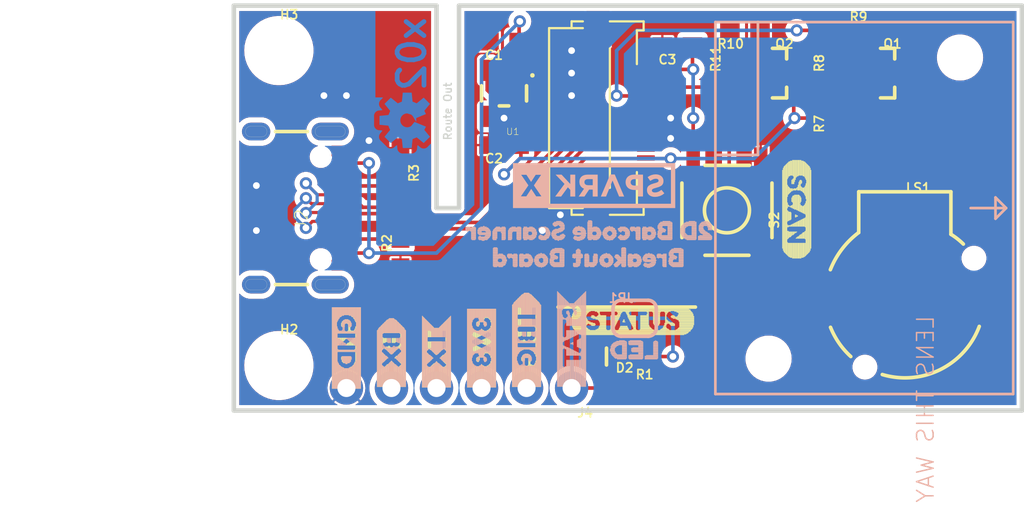
<source format=kicad_pcb>
(kicad_pcb (version 20211014) (generator pcbnew)
  (layers (0 "F.Cu" signal) (31 "B.Cu" signal) (34 "B.Paste" user) (35 "F.Paste" user) (36 "B.SilkS" user "B.Silkscreen") (37 "F.SilkS" user "F.Silkscreen") (38 "B.Mask" user) (39 "F.Mask" user) (44 "Edge.Cuts" user))
  (net 0 "")
  (net 1 "GND")
  (net 2 "3.3V")
  (net 3 "TXO")
  (net 4 "RXI")
  (net 5 "SHLD")
  (net 6 "5V")
  (net 7 "CC3")
  (net 8 "CC4")
  (net 9 "BUZZER")
  (net 10 "STATUS_LED")
  (net 11 "SCAN_TRIGGER")
  (net 12 "N$2")
  (net 13 "N$3")
  (net 14 "N$5")
  (net 15 "N$4")
  (net 16 "N$7")
  (net 17 "USB_N")
  (net 18 "USB_P")
  (net 19 "STATUS_OUT")
  (net 20 "N$8")
  (footprint "eagleBoard:TRIG__4" (layer "F.Cu") (at 142.7861 109.7026 -90)
    (fp_text reference "U$5" hide)
    (fp_text value "" hide)
  )
  (footprint "eagleBoard:RX__1" (layer "F.Cu") (at 135.1661 111.0996 -90)
    (fp_text reference "U$12" hide)
    (fp_text value "" hide)
  )
  (footprint "eagleBoard:CONN_FPC_BOTTOM_12POS_.5MM_R_A" (layer "F.Cu") (at 149.5171 99.9236 -90)
    (fp_text reference "J1" hide)
    (fp_text value "BARCODE_ENGINE_CONN" hide)
    (pad "P$1" smd rect (at -2.75 0) (size 1 0.3) (layers "F.Cu" "F.Paste" "F.Mask") (net 11 "SCAN_TRIGGER"))
    (pad "P$2" smd rect (at -2.25 0) (size 1 0.3) (layers "F.Cu" "F.Paste" "F.Mask"))
    (pad "P$3" smd rect (at -1.75 0) (size 1 0.3) (layers "F.Cu" "F.Paste" "F.Mask") (net 10 "STATUS_LED"))
    (pad "P$4" smd rect (at -1.25 0) (size 1 0.3) (layers "F.Cu" "F.Paste" "F.Mask") (net 9 "BUZZER"))
    (pad "P$5" smd rect (at -0.75 0) (size 1 0.3) (layers "F.Cu" "F.Paste" "F.Mask"))
    (pad "P$6" smd rect (at -0.25 0) (size 1 0.3) (layers "F.Cu" "F.Paste" "F.Mask") (net 18 "USB_P"))
    (pad "P$7" smd rect (at 0.25 0) (size 1 0.3) (layers "F.Cu" "F.Paste" "F.Mask") (net 17 "USB_N"))
    (pad "P$8" smd rect (at 0.75 0) (size 1 0.3) (layers "F.Cu" "F.Paste" "F.Mask") (net 4 "RXI"))
    (pad "P$9" smd rect (at 1.25 0) (size 1 0.3) (layers "F.Cu" "F.Paste" "F.Mask") (net 3 "TXO"))
    (pad "P$10" smd rect (at 1.75 0) (size 1 0.3) (layers "F.Cu" "F.Paste" "F.Mask") (net 1 "GND"))
    (pad "P$11" smd rect (at 2.25 0) (size 1 0.3) (layers "F.Cu" "F.Paste" "F.Mask") (net 2 "3.3V"))
    (pad "P$12" smd rect (at 2.75 0) (size 1 0.3) (layers "F.Cu" "F.Paste" "F.Mask"))
    (pad "P$13" smd rect (at -5.05 2.7) (size 1.3 2) (layers "F.Cu" "F.Paste" "F.Mask") (net 1 "GND"))
    (pad "P$14" smd rect (at 5.05 2.7) (size 1.3 2) (layers "F.Cu" "F.Paste" "F.Mask") (net 1 "GND"))
  )
  (footprint "eagleBoard:0603" (layer "F.Cu") (at 160.0581 97.3836 90)
    (fp_text reference "R8" (at 0 -0.762 90) (layer "F.SilkS") (effects (font (size 0.512064 0.512064) (thickness 0.097536)) (justify left)))
    (fp_text value "10k")
    (pad "1" smd rect (at -0.85 0 90) (size 1.1 1) (layers "F.Cu" "F.Paste" "F.Mask") (net 1 "GND"))
    (pad "2" smd rect (at 0.85 0 90) (size 1.1 1) (layers "F.Cu" "F.Paste" "F.Mask") (net 14 "N$5"))
  )
  (footprint "eagleBoard:DUMMY" (layer "F.Cu") (at 126.2761 116.4336)
    (fp_text reference "FRAME1" hide)
    (fp_text value "FRAME-LETTERNO_PACKAGE" hide)
  )
  (footprint "eagleBoard:STAND-OFF" (layer "F.Cu") (at 128.8161 96.1136)
    (fp_text reference "H3" (at 0 -2.032) (layer "F.SilkS") (effects (font (size 0.512064 0.512064) (thickness 0.097536)) (justify left)))
    (fp_text value "STAND-OFF")
    (pad "" np_thru_hole circle (at 0 0) (size 3.302 3.302) (drill 3.302) (layers *.Cu *.Mask))
  )
  (footprint "eagleBoard:1X06_NO_SILK" (layer "F.Cu") (at 145.3261 115.1636 180)
    (fp_text reference "J4" (at -1.27 -1.397) (layer "F.SilkS") (effects (font (size 0.512064 0.512064) (thickness 0.097536)) (justify right)))
    (fp_text value "")
    (pad "1" thru_hole circle (at 0 0 270) (size 1.8796 1.8796) (drill 1.016) (layers *.Cu *.Mask) (net 19 "STATUS_OUT"))
    (pad "2" thru_hole circle (at 2.54 0 270) (size 1.8796 1.8796) (drill 1.016) (layers *.Cu *.Mask) (net 11 "SCAN_TRIGGER"))
    (pad "3" thru_hole circle (at 5.08 0 270) (size 1.8796 1.8796) (drill 1.016) (layers *.Cu *.Mask) (net 2 "3.3V"))
    (pad "4" thru_hole circle (at 7.62 0 270) (size 1.8796 1.8796) (drill 1.016) (layers *.Cu *.Mask) (net 3 "TXO"))
    (pad "5" thru_hole circle (at 10.16 0 270) (size 1.8796 1.8796) (drill 1.016) (layers *.Cu *.Mask) (net 4 "RXI"))
    (pad "6" thru_hole circle (at 12.7 0 270) (size 1.8796 1.8796) (drill 1.016) (layers *.Cu *.Mask) (net 1 "GND"))
  )
  (footprint "eagleBoard:STAND-OFF" (layer "F.Cu") (at 128.8161 113.8936)
    (fp_text reference "H2" (at 0 -2.032) (layer "F.SilkS") (effects (font (size 0.512064 0.512064) (thickness 0.097536)) (justify left)))
    (fp_text value "STAND-OFF")
    (pad "" np_thru_hole circle (at 0 0) (size 3.302 3.302) (drill 3.302) (layers *.Cu *.Mask))
  )
  (footprint "eagleBoard:SOT23-3" (layer "F.Cu") (at 162.8521 97.3836 -90)
    (fp_text reference "Q1" (at -1.651 0) (layer "F.SilkS") (effects (font (size 0.512064 0.512064) (thickness 0.097536)) (justify left)))
    (fp_text value "600mA/40V")
    (pad "1" smd rect (at -0.95 1 270) (size 0.8 0.9) (layers "F.Cu" "F.Paste" "F.Mask") (net 14 "N$5"))
    (pad "2" smd rect (at 0.95 1 270) (size 0.8 0.9) (layers "F.Cu" "F.Paste" "F.Mask") (net 1 "GND"))
    (pad "3" smd rect (at 0 -1.1 270) (size 0.8 0.9) (layers "F.Cu" "F.Paste" "F.Mask") (net 12 "N$2"))
  )
  (footprint "eagleBoard:0603" (layer "F.Cu") (at 141.5161 101.4476 180)
    (fp_text reference "C2" (at 0 -0.762) (layer "F.SilkS") (effects (font (size 0.512064 0.512064) (thickness 0.097536)) (justify right)))
    (fp_text value "1.0uF")
    (pad "1" smd rect (at -0.85 0 180) (size 1.1 1) (layers "F.Cu" "F.Paste" "F.Mask") (net 2 "3.3V"))
    (pad "2" smd rect (at 0.85 0 180) (size 1.1 1) (layers "F.Cu" "F.Paste" "F.Mask") (net 1 "GND"))
  )
  (footprint "eagleBoard:LED-0603" (layer "F.Cu") (at 148.8821 113.3856 180)
    (fp_text reference "D2" (at 0 -0.635) (layer "F.SilkS") (effects (font (size 0.512064 0.512064) (thickness 0.097536)) (justify right)))
    (fp_text value "GREEN")
    (pad "A" smd roundrect (at -0.877 0 90) (size 1 1) (layers "F.Cu" "F.Paste" "F.Mask") (roundrect_rratio 0.15) (net 20 "N$8"))
    (pad "C" smd roundrect (at 0.877 0 90) (size 1 1) (layers "F.Cu" "F.Paste" "F.Mask") (roundrect_rratio 0.15) (net 1 "GND"))
  )
  (footprint "eagleBoard:0603" (layer "F.Cu") (at 160.0581 100.8126 90)
    (fp_text reference "R7" (at 0 -0.762 90) (layer "F.SilkS") (effects (font (size 0.512064 0.512064) (thickness 0.097536)) (justify left)))
    (fp_text value "10")
    (pad "1" smd rect (at -0.85 0 90) (size 1.1 1) (layers "F.Cu" "F.Paste" "F.Mask") (net 13 "N$3"))
    (pad "2" smd rect (at 0.85 0 90) (size 1.1 1) (layers "F.Cu" "F.Paste" "F.Mask") (net 2 "3.3V"))
  )
  (footprint "eagleBoard:3V3__3" (layer "F.Cu") (at 140.2461 110.2106 -90)
    (fp_text reference "U$6" hide)
    (fp_text value "" hide)
  )
  (footprint "eagleBoard:STATUS3" (layer "F.Cu") (at 145.1991 111.3536)
    (fp_text reference "U$2" hide)
    (fp_text value "" hide)
  )
  (footprint "eagleBoard:0603" (layer "F.Cu") (at 135.6741 102.4636 -90)
    (fp_text reference "R3" (at 0 -0.762 90) (layer "F.SilkS") (effects (font (size 0.512064 0.512064) (thickness 0.097536)) (justify right)))
    (fp_text value "5.1k")
    (pad "1" smd rect (at -0.85 0 270) (size 1.1 1) (layers "F.Cu" "F.Paste" "F.Mask") (net 1 "GND"))
    (pad "2" smd rect (at 0.85 0 270) (size 1.1 1) (layers "F.Cu" "F.Paste" "F.Mask") (net 7 "CC3"))
  )
  (footprint "eagleBoard:SCAN4" (layer "F.Cu") (at 158.0261 102.2096 -90)
    (fp_text reference "U$7" hide)
    (fp_text value "" hide)
  )
  (footprint "eagleBoard:GND__0" (layer "F.Cu") (at 132.6261 110.0836 -90)
    (fp_text reference "U$15" hide)
    (fp_text value "" hide)
  )
  (footprint "eagleBoard:SOT23-3" (layer "F.Cu") (at 156.7561 97.3836 -90)
    (fp_text reference "Q2" (at -1.651 0) (layer "F.SilkS") (effects (font (size 0.512064 0.512064) (thickness 0.097536)) (justify left)))
    (fp_text value "600mA/40V")
    (pad "1" smd rect (at -0.95 1 270) (size 0.8 0.9) (layers "F.Cu" "F.Paste" "F.Mask") (net 16 "N$7"))
    (pad "2" smd rect (at 0.95 1 270) (size 0.8 0.9) (layers "F.Cu" "F.Paste" "F.Mask") (net 15 "N$4"))
    (pad "3" smd rect (at 0 -1.1 270) (size 0.8 0.9) (layers "F.Cu" "F.Paste" "F.Mask") (net 2 "3.3V"))
  )
  (footprint "eagleBoard:BUZZER-CCV" (layer "F.Cu") (at 164.1221 110.0836 180)
    (fp_text reference "LS1" (at 0 6.223) (layer "F.SilkS") (effects (font (size 0.512064 0.512064) (thickness 0.097536)) (justify left)))
    (fp_text value "BUZZER-SMD")
    (pad "" np_thru_hole circle (at 2.25 -3.9 180) (size 0.8 0.8) (drill 0.8) (layers *.Cu *.Mask))
    (pad "" np_thru_hole circle (at -3.9 2.25 180) (size 0.8 0.8) (drill 0.8) (layers *.Cu *.Mask))
    (pad "+" smd rect (at 4 0 180) (size 3.2 2.5) (layers "F.Cu" "F.Paste" "F.Mask") (net 13 "N$3"))
    (pad "-" smd rect (at -4 0 180) (size 3.2 2.5) (layers "F.Cu" "F.Paste" "F.Mask") (net 12 "N$2"))
  )
  (footprint "eagleBoard:0603" (layer "F.Cu") (at 151.2951 95.8596 180)
    (fp_text reference "C3" (at 0 -0.762) (layer "F.SilkS") (effects (font (size 0.512064 0.512064) (thickness 0.097536)) (justify right)))
    (fp_text value "0.1uF")
    (pad "1" smd rect (at -0.85 0 180) (size 1.1 1) (layers "F.Cu" "F.Paste" "F.Mask") (net 11 "SCAN_TRIGGER"))
    (pad "2" smd rect (at 0.85 0 180) (size 1.1 1) (layers "F.Cu" "F.Paste" "F.Mask") (net 1 "GND"))
  )
  (footprint "eagleBoard:0603" (layer "F.Cu") (at 155.1051 94.9706 180)
    (fp_text reference "R10" (at 0 -0.762) (layer "F.SilkS") (effects (font (size 0.512064 0.512064) (thickness 0.097536)) (justify right)))
    (fp_text value "10k")
    (pad "1" smd rect (at -0.85 0 180) (size 1.1 1) (layers "F.Cu" "F.Paste" "F.Mask") (net 1 "GND"))
    (pad "2" smd rect (at 0.85 0 180) (size 1.1 1) (layers "F.Cu" "F.Paste" "F.Mask") (net 16 "N$7"))
  )
  (footprint "eagleBoard:SOT23-5" (layer "F.Cu") (at 141.5161 98.5266 180)
    (fp_text reference "U1" (at -0.889 -2.159) (layer "F.SilkS") (effects (font (size 0.376489 0.376489) (thickness 0.029911)) (justify right)))
    (fp_text value "3.3V")
    (pad "1" smd rect (at -0.95 1.3001 180) (size 0.55 1.2) (layers "F.Cu" "F.Paste" "F.Mask") (net 6 "5V"))
    (pad "2" smd rect (at 0 1.3001 180) (size 0.55 1.2) (layers "F.Cu" "F.Paste" "F.Mask") (net 1 "GND"))
    (pad "3" smd rect (at 0.95 1.3001 180) (size 0.55 1.2) (layers "F.Cu" "F.Paste" "F.Mask") (net 6 "5V"))
    (pad "4" smd rect (at 0.95 -1.3001 180) (size 0.55 1.2) (layers "F.Cu" "F.Paste" "F.Mask"))
    (pad "5" smd rect (at -0.95 -1.3001 180) (size 0.55 1.2) (layers "F.Cu" "F.Paste" "F.Mask") (net 2 "3.3V"))
  )
  (footprint "eagleBoard:TACTILE_SWITCH_SMD_5.2MM" (layer "F.Cu") (at 154.0891 105.1306 -90)
    (fp_text reference "S2" (at 0 -2.667 90) (layer "F.SilkS") (effects (font (size 0.512064 0.512064) (thickness 0.097536)) (justify right)))
    (fp_text value "MOMENTARY-SWITCH-SPST-SMD-5.2MM-TALL")
    (pad "1" smd rect (at -2.794 -1.905) (size 0.762 1.524) (layers "F.Cu" "F.Paste" "F.Mask") (net 1 "GND"))
    (pad "2" smd rect (at 2.794 -1.905) (size 0.762 1.524) (layers "F.Cu" "F.Paste" "F.Mask"))
    (pad "3" smd rect (at -2.794 1.905) (size 0.762 1.524) (layers "F.Cu" "F.Paste" "F.Mask") (net 11 "SCAN_TRIGGER"))
    (pad "4" smd rect (at 2.794 1.905) (size 0.762 1.524) (layers "F.Cu" "F.Paste" "F.Mask"))
  )
  (footprint "eagleBoard:TX__2" (layer "F.Cu") (at 137.7061 110.9726 -90)
    (fp_text reference "U$11" hide)
    (fp_text value "" hide)
  )
  (footprint "eagleBoard:0603" (layer "F.Cu") (at 135.6741 107.5436 90)
    (fp_text reference "R2" (at 0 -0.762 90) (layer "F.SilkS") (effects (font (size 0.512064 0.512064) (thickness 0.097536)) (justify left)))
    (fp_text value "5.1k")
    (pad "1" smd rect (at -0.85 0 90) (size 1.1 1) (layers "F.Cu" "F.Paste" "F.Mask") (net 1 "GND"))
    (pad "2" smd rect (at 0.85 0 90) (size 1.1 1) (layers "F.Cu" "F.Paste" "F.Mask") (net 8 "CC4"))
  )
  (footprint "eagleBoard:0603" (layer "F.Cu") (at 160.9471 94.9706)
    (fp_text reference "R9" (at 0 -0.762) (layer "F.SilkS") (effects (font (size 0.512064 0.512064) (thickness 0.097536)) (justify left)))
    (fp_text value "1k")
    (pad "1" smd rect (at -0.85 0) (size 1.1 1) (layers "F.Cu" "F.Paste" "F.Mask") (net 9 "BUZZER"))
    (pad "2" smd rect (at 0.85 0) (size 1.1 1) (layers "F.Cu" "F.Paste" "F.Mask") (net 14 "N$5"))
  )
  (footprint "eagleBoard:0603" (layer "F.Cu") (at 141.5161 95.6056 180)
    (fp_text reference "C1" (at 0 -0.762) (layer "F.SilkS") (effects (font (size 0.512064 0.512064) (thickness 0.097536)) (justify right)))
    (fp_text value "1.0uF")
    (pad "1" smd rect (at -0.85 0 180) (size 1.1 1) (layers "F.Cu" "F.Paste" "F.Mask") (net 6 "5V"))
    (pad "2" smd rect (at 0.85 0 180) (size 1.1 1) (layers "F.Cu" "F.Paste" "F.Mask") (net 1 "GND"))
  )
  (footprint "eagleBoard:0603" (layer "F.Cu") (at 154.2161 97.3836 90)
    (fp_text reference "R11" (at 0 -0.762 90) (layer "F.SilkS") (effects (font (size 0.512064 0.512064) (thickness 0.097536)) (justify left)))
    (fp_text value "1k")
    (pad "1" smd rect (at -0.85 0 90) (size 1.1 1) (layers "F.Cu" "F.Paste" "F.Mask") (net 10 "STATUS_LED"))
    (pad "2" smd rect (at 0.85 0 90) (size 1.1 1) (layers "F.Cu" "F.Paste" "F.Mask") (net 16 "N$7"))
  )
  (footprint "eagleBoard:0603" (layer "F.Cu") (at 148.8821 115.1636)
    (fp_text reference "R1" (at 0 -0.762) (layer "F.SilkS") (effects (font (size 0.512064 0.512064) (thickness 0.097536)) (justify left)))
    (fp_text value "470")
    (pad "1" smd rect (at -0.85 0) (size 1.1 1) (layers "F.Cu" "F.Paste" "F.Mask") (net 19 "STATUS_OUT"))
    (pad "2" smd rect (at 0.85 0) (size 1.1 1) (layers "F.Cu" "F.Paste" "F.Mask") (net 15 "N$4"))
  )
  (footprint "eagleBoard:USB-C-16P" (layer "F.Cu") (at 132.6261 105.0036 -90)
    (fp_text reference "J2" (at 0 2.54 90) (layer "F.SilkS") (effects (font (size 0.705917 0.705917) (thickness 0.056083)) (justify right)))
    (fp_text value "")
    (fp_line (start -4.62 5.4) (end -4.62 4.78) (layer "Edge.Cuts") (width 0.01))
    (fp_line (start 4.62 5.4) (end 4.62 4.78) (layer "Edge.Cuts") (width 0.01))
    (fp_line (start 4.02 1.465) (end 4.02 0.365) (layer "Edge.Cuts") (width 0.01))
    (fp_line (start -4.62 1.465) (end -4.62 0.365) (layer "Edge.Cuts") (width 0.01))
    (fp_line (start 4.02 5.4) (end 4.02 4.78) (layer "Edge.Cuts") (width 0.01))
    (fp_line (start 4.62 1.465) (end 4.62 0.365) (layer "Edge.Cuts") (width 0.01))
    (fp_line (start -4.02 5.4) (end -4.02 4.78) (layer "Edge.Cuts") (width 0.01))
    (fp_line (start -4.02 1.465) (end -4.02 0.365) (layer "Edge.Cuts") (width 0.01))
    (fp_arc (start -4.62 0.365) (mid -4.32 0.065) (end -4.02 0.365) (layer "Edge.Cuts") (width 0.01))
    (fp_arc (start 4.62 1.465) (mid 4.32 1.765) (end 4.02 1.465) (layer "Edge.Cuts") (width 0.01))
    (fp_arc (start 4.02 0.365) (mid 4.32 0.065) (end 4.62 0.365) (layer "Edge.Cuts") (width 0.01))
    (fp_arc (start 4.02 4.78) (mid 4.32 4.48) (end 4.62 4.78) (layer "Edge.Cuts") (width 0.01))
    (fp_arc (start -4.62 4.78) (mid -4.32 4.48) (end -4.02 4.78) (layer "Edge.Cuts") (width 0.01))
    (fp_arc (start 4.62 5.4) (mid 4.32 5.7) (end 4.02 5.4) (layer "Edge.Cuts") (width 0.01))
    (fp_arc (start -4.02 5.4) (mid -4.32 5.7) (end -4.62 5.4) (layer "Edge.Cuts") (width 0.01))
    (fp_arc (start -4.02 1.465) (mid -4.32 1.765) (end -4.62 1.465) (layer "Edge.Cuts") (width 0.01))
    (pad "" np_thru_hole circle (at 2.89 1.445 270) (size 0.65 0.65) (drill 0.65) (layers *.Cu *.Mask))
    (pad "" np_thru_hole circle (at -2.89 1.445 270) (size 0.65 0.65) (drill 0.65) (layers *.Cu *.Mask))
    (pad "A5" smd rect (at -1.25 0.34 90) (size 0.3 1) (layers "F.Cu" "F.Paste" "F.Mask") (net 7 "CC3"))
    (pad "A6" smd rect (at -0.25 0.34 90) (size 0.3 1) (layers "F.Cu" "F.Paste" "F.Mask") (net 18 "USB_P"))
    (pad "A7" smd rect (at 0.25 0.34 270) (size 0.3 1) (layers "F.Cu" "F.Paste" "F.Mask") (net 17 "USB_N"))
    (pad "A8" smd rect (at 1.25 0.34 270) (size 0.3 1) (layers "F.Cu" "F.Paste" "F.Mask"))
    (pad "B5" smd rect (at 1.75 0.34 270) (size 0.3 1) (layers "F.Cu" "F.Paste" "F.Mask") (net 8 "CC4"))
    (pad "B6" smd rect (at 0.75 0.34 270) (size 0.3 1) (layers "F.Cu" "F.Paste" "F.Mask") (net 18 "USB_P"))
    (pad "B7" smd rect (at -0.75 0.34 90) (size 0.3 1) (layers "F.Cu" "F.Paste" "F.Mask") (net 17 "USB_N"))
    (pad "B8" smd rect (at -1.75 0.34 90) (size 0.3 1) (layers "F.Cu" "F.Paste" "F.Mask"))
    (pad "GND" smd rect (at -3.225 0.34 90) (size 0.6 1) (layers "F.Cu" "F.Paste" "F.Mask") (net 1 "GND"))
    (pad "GND2" smd rect (at 3.225 0.34 270) (size 0.6 1) (layers "F.Cu" "F.Paste" "F.Mask") (net 1 "GND"))
    (pad "SHLD1" smd roundrect (at -4.32 0.915 90) (size 1 2.1) (layers "F.Cu") (roundrect_rratio 0.5) (net 5 "SHLD"))
    (pad "SHLD2" smd roundrect (at 4.32 0.915 90) (size 1 2.1) (layers "F.Cu") (roundrect_rratio 0.5) (net 5 "SHLD"))
    (pad "SHLD3" smd roundrect (at -4.32 0.915 270) (size 1 2.1) (layers "B.Cu") (roundrect_rratio 0.5) (net 5 "SHLD"))
    (pad "SHLD4" smd roundrect (at 4.32 0.915 270) (size 1 2.1) (layers "B.Cu") (roundrect_rratio 0.5) (net 5 "SHLD"))
    (pad "SHLD5" smd roundrect (at -4.32 5.095 90) (size 1 1.6) (layers "F.Cu") (roundrect_rratio 0.5) (net 5 "SHLD"))
    (pad "SHLD6" smd roundrect (at -4.32 5.095 270) (size 1 1.6) (layers "B.Cu") (roundrect_rratio 0.5) (net 5 "SHLD"))
    (pad "SHLD7" smd roundrect (at 4.32 5.095 270) (size 1 1.6) (layers "B.Cu") (roundrect_rratio 0.5) (net 5 "SHLD"))
    (pad "SHLD8" smd roundrect (at 4.32 5.095 90) (size 1 1.6) (layers "F.Cu") (roundrect_rratio 0.5) (net 5 "SHLD"))
    (pad "VBUS1" smd rect (at -2.45 0.34 90) (size 0.6 1) (layers "F.Cu" "F.Paste" "F.Mask") (net 6 "5V"))
    (pad "VBUS2" smd rect (at 2.45 0.34 270) (size 0.6 1) (layers "F.Cu" "F.Paste" "F.Mask") (net 6 "5V"))
  )
  (footprint "eagleBoard:STAT__5" (layer "B.Cu") (at 145.3261 109.5756 -90)
    (fp_text reference "U$3" hide)
    (fp_text value "" hide)
  )
  (footprint "eagleBoard:LED0" (layer "B.Cu") (at 151.1681 113.0046 180)
    (fp_text reference "U$8" hide)
    (fp_text value "" hide)
  )
  (footprint "eagleBoard:TX__2" (layer "B.Cu") (at 137.7061 110.9726 -90)
    (fp_text reference "U$10" hide)
    (fp_text value "" hide)
  )
  (footprint "eagleBoard:TRIG__4" (layer "B.Cu") (at 142.7861 109.7026 -90)
    (fp_text reference "U$4" hide)
    (fp_text value "" hide)
  )
  (footprint "eagleBoard:2D_BARCODE_SCANNER0" (layer "B.Cu") (at 154.2161 106.2736 180)
    (fp_text reference "U$17" hide)
    (fp_text value "" hide)
  )
  (footprint "eagleBoard:SMT-JUMPER_2_NC_TRACE_SILK" (layer "B.Cu") (at 148.8821 111.2266 180)
    (fp_text reference "JP1" (at 0 1.143) (layer "B.SilkS") (effects (font (size 0.512064 0.512064) (thickness 0.097536)) (justify left mirror)))
    (fp_text value "JUMPER-SMT_2_NC_TRACE_SILK")
    (fp_line (start -0.508 0) (end 0.508 0) (layer "B.Cu") (width 0.254))
    (pad "1" smd rect (at -0.508 0 180) (size 0.635 1.27) (layers "B.Cu" "B.Mask") (net 20 "N$8"))
    (pad "2" smd rect (at 0.508 0 180) (size 0.635 1.27) (layers "B.Cu" "B.Mask") (net 19 "STATUS_OUT"))
  )
  (footprint "eagleBoard:BREAKOUT_BOARD1" (layer "B.Cu") (at 152.5651 107.7976 180)
    (fp_text reference "U$18" hide)
    (fp_text value "" hide)
  )
  (footprint "eagleBoard:3V3__3" (layer "B.Cu") (at 140.2461 110.2106 -90)
    (fp_text reference "U$9" hide)
    (fp_text value "" hide)
  )
  (footprint "eagleBoard:SPARKX-MEDIUM" (layer "B.Cu") (at 146.5961 103.7336 180)
    (fp_text reference "U$20" hide)
    (fp_text value "" hide)
  )
  (footprint "eagleBoard:GND__0" (layer "B.Cu") (at 132.6261 110.0836 -90)
    (fp_text reference "U$14" hide)
    (fp_text value "" hide)
  )
  (footprint "eagleBoard:BARCODE_SCANNER_MOUNT" (layer "B.Cu") (at 161.8361 105.0036)
    (fp_text reference "U$1" hide)
    (fp_text value "BARCODE_SCANNER_MOUNT" hide)
    (fp_text user "LENS THIS WAY" (at 4 6 -90) (layer "B.SilkS") (effects (font (size 0.93472 0.93472) (thickness 0.08128)) (justify left bottom mirror)))
    (pad "" np_thru_hole circle (at -5.4 8.5) (size 2 2) (drill 2) (layers *.Cu *.Mask))
    (pad "" np_thru_hole circle (at 5.4 -8.5) (size 2 2) (drill 2) (layers *.Cu *.Mask))
  )
  (footprint "eagleBoard:OSHW-LOGO-S_COPPER" (layer "B.Cu") (at 136.0551 100.0506 -90)
    (fp_text reference "U$21" hide)
    (fp_text value "" hide)
    (fp_poly (pts (xy 0.301647 1.061351) (xy 0.42347 1.022344) (xy 0.537177 0.963769) (xy 0.92862 1.282946) (xy 1.282946 0.92862) (xy 0.961035 0.533823) (xy 1.057046 0.302084) (xy 1.5638 0.250561) (xy 1.5638 -0.250561) (xy 1.057046 -0.302084) (xy 0.961035 -0.533823) (xy 1.282946 -0.92862) (xy 0.92862 -1.282946) (xy 0.537177 -0.96377) (xy 0.356601 -1.056794) (xy 0.088679 -0.410073) (xy 0.326262 -0.2176) (xy 0.373649 -0.121468) (xy 0.392729 -0.010339) (xy 0.379464 0.101634) (xy 0.334947 0.205229) (xy 0.262842 0.291918) (xy 0.169087 0.354561) (xy 0.061406 0.387999) (xy -0.051342 0.38948) (xy -0.159868 0.358881) (xy -0.255234 0.298724) (xy -0.329589 0.213962) (xy -0.376813 0.111569) (xy -0.392176 0.005767) (xy -0.322923 -0.222565) (xy -0.249312 -0.303773) (xy 0.091677 -0.5081) (xy -0.12929 -0.5081) (xy -0.355332 -1.053732) (xy -0.506597 -0.983577) (xy -0.538922 -0.965192) (xy -0.92862 -1.282946) (xy -1.282946 -0.92862) (xy -0.961035 -0.533823) (xy -1.057046 -0.302084) (xy -1.5638 -0.250561) (xy -1.5638 0.250561) (xy -1.057046 0.302084) (xy -0.961035 0.533823) (xy -1.282946 0.92862) (xy -0.92862 1.282946) (xy -0.533823 0.961035) (xy -0.302084 1.057046) (xy -0.250561 1.5638) (xy 0.250561 1.5638)) (layer "B.Cu") (width 0) (fill solid))
  )
  (footprint "eagleBoard:RX__1" (layer "B.Cu") (at 135.1661 111.0996 -90)
    (fp_text reference "U$13" hide)
    (fp_text value "" hide)
  )
  (gr_line (start 144.5641 110.5916) (end 152.3111 110.5916) (layer "F.SilkS") (width 0.2032))
  (gr_line (start 138.9761 105.0036) (end 138.9761 93.5736) (layer "Edge.Cuts") (width 0.254))
  (gr_line (start 137.7061 93.5736) (end 137.7061 105.0036) (layer "Edge.Cuts") (width 0.254))
  (gr_line (start 126.2761 116.4336) (end 170.7261 116.4336) (layer "Edge.Cuts") (width 0.254))
  (gr_line (start 126.2761 93.5736) (end 126.2761 116.4336) (layer "Edge.Cuts") (width 0.254))
  (gr_line (start 170.7261 93.5736) (end 138.9761 93.5736) (layer "Edge.Cuts") (width 0.254))
  (gr_line (start 137.7061 105.0036) (end 138.9761 105.0036) (layer "Edge.Cuts") (width 0.254))
  (gr_line (start 137.7061 93.5736) (end 126.2761 93.5736) (layer "Edge.Cuts") (width 0.254))
  (gr_line (start 170.7261 116.4336) (end 170.7261 93.5736) (layer "Edge.Cuts") (width 0.254))
  (gr_text "x02" (at 137.1981 94.0816 -270) (layer "B.Cu") (effects (font (size 1.5113 1.5113) (thickness 0.2667)) (justify left bottom mirror)))
  (gr_text "Route Out" (at 138.3411 99.5426 90) (layer "Edge.Cuts") (effects (font (size 0.4318 0.4318) (thickness 0.0762))))
  (segment (start 149.5171 101.6736) (end 150.3781 101.6736) (width 0.2032) (layer "F.Cu") (net 1))
  (segment (start 141.5161 96.4556) (end 141.5161 97.2265) (width 0.2032) (layer "F.Cu") (net 1))
  (segment (start 148.5291 101.6736) (end 148.5011 101.7016) (width 0.2032) (layer "F.Cu") (net 1))
  (segment (start 149.5171 101.6736) (end 148.5291 101.6736) (width 0.2032) (layer "F.Cu") (net 1))
  (segment (start 141.5161 100.5976) (end 141.5161 99.9236) (width 0.2032) (layer "F.Cu") (net 1))
  (segment (start 140.6661 101.4476) (end 141.5161 100.5976) (width 0.2032) (layer "F.Cu") (net 1))
  (segment (start 140.6661 95.6056) (end 141.5161 96.4556) (width 0.2032) (layer "F.Cu") (net 1))
  (via (at 133.8961 101.1936) (size 0.6858) (drill 0.381) (layers "F.Cu" "B.Cu") (net 1))
  (via (at 145.3261 97.3836) (size 0.6858) (drill 0.381) (layers "F.Cu" "B.Cu") (net 1))
  (via (at 145.3261 96.1136) (size 0.6858) (drill 0.381) (layers "F.Cu" "B.Cu") (net 1))
  (via (at 127.5461 103.7336) (size 0.6858) (drill 0.381) (layers "F.Cu" "B.Cu") (net 1))
  (via (at 132.6261 98.6536) (size 0.6858) (drill 0.381) (layers "F.Cu" "B.Cu") (net 1))
  (via (at 143.6751 106.2736) (size 0.6858) (drill 0.381) (layers "F.Cu" "B.Cu") (net 1))
  (via (at 144.6911 105.3846) (size 0.6858) (drill 0.381) (layers "F.Cu" "B.Cu") (net 1))
  (via (at 141.5161 99.9236) (size 0.6858) (drill 0.381) (layers "F.Cu" "B.Cu") (net 1))
  (via (at 145.3261 98.6536) (size 0.6858) (drill 0.381) (layers "F.Cu" "B.Cu") (net 1))
  (via (at 127.5461 106.2736) (size 0.6858) (drill 0.381) (layers "F.Cu" "B.Cu") (net 1))
  (via (at 131.3561 98.6536) (size 0.6858) (drill 0.381) (layers "F.Cu" "B.Cu") (net 1))
  (via (at 150.9141 99.9236) (size 0.6858) (drill 0.381) (layers "F.Cu" "B.Cu") (net 1))
  (via (at 150.9141 101.0666) (size 0.6858) (drill 0.381) (layers "F.Cu" "B.Cu") (net 1))
  (segment (start 160.0581 99.9626) (end 160.0971 99.9236) (width 0.2032) (layer "F.Cu") (net 2))
  (segment (start 149.5171 102.1736) (end 149.4811 102.2096) (width 0.2032) (layer "F.Cu") (net 2))
  (segment (start 157.8561 97.3836) (end 157.8561 99.8806) (width 0.2032) (layer "F.Cu") (net 2))
  (segment (start 149.4811 102.2096) (end 146.0881 102.2096) (width 0.2032) (layer "F.Cu") (net 2))
  (segment (start 141.5161 103.0986) (end 142.4661 102.1486) (width 0.2032) (layer "F.Cu") (net 2))
  (segment (start 142.4661 102.1486) (end 142.4661 101.3476) (width 0.2032) (layer "F.Cu") (net 2))
  (segment (start 160.0191 99.9236) (end 157.8991 99.9236) (width 0.2032) (layer "F.Cu") (net 2))
  (segment (start 146.0881 102.2096) (end 140.2461 108.0516) (width 0.2032) (layer "F.Cu") (net 2))
  (segment (start 142.4661 99.8267) (end 142.4661 101.3476) (width 0.2032) (layer "F.Cu") (net 2))
  (segment (start 142.4661 101.3476) (end 142.3661 101.4476) (width 0.2032) (layer "F.Cu") (net 2))
  (segment (start 160.0581 99.9626) (end 160.0191 99.9236) (width 0.2032) (layer "F.Cu") (net 2))
  (segment (start 140.2461 108.0516) (end 140.2461 115.1636) (width 0.2032) (layer "F.Cu") (net 2))
  (segment (start 150.9141 102.2096) (end 149.4811 102.2096) (width 0.2032) (layer "F.Cu") (net 2))
  (segment (start 157.8561 99.8806) (end 157.8991 99.9236) (width 0.2032) (layer "F.Cu") (net 2))
  (via (at 150.9141 102.2096) (size 0.6858) (drill 0.381) (layers "F.Cu" "B.Cu") (net 2))
  (via (at 157.8991 99.9236) (size 0.6858) (drill 0.381) (layers "F.Cu" "B.Cu") (net 2))
  (via (at 141.5161 103.0986) (size 0.6858) (drill 0.381) (layers "F.Cu" "B.Cu") (net 2))
  (segment (start 155.6131 102.2096) (end 157.8991 99.9236) (width 0.2032) (layer "B.Cu") (net 2))
  (segment (start 141.5161 103.0986) (end 142.4051 102.2096) (width 0.2032) (layer "B.Cu") (net 2))
  (segment (start 150.9141 102.2096) (end 155.6131 102.2096) (width 0.2032) (layer "B.Cu") (net 2))
  (segment (start 142.4051 102.2096) (end 150.9141 102.2096) (width 0.2032) (layer "B.Cu") (net 2))
  (segment (start 146.4891 101.1736) (end 137.7061 109.9566) (width 0.2032) (layer "F.Cu") (net 3))
  (segment (start 137.7061 109.9566) (end 137.7061 115.1636) (width 0.2032) (layer "F.Cu") (net 3))
  (segment (start 149.5171 101.1736) (end 146.4891 101.1736) (width 0.2032) (layer "F.Cu") (net 3))
  (segment (start 135.1661 111.9886) (end 135.1661 115.1636) (width 0.2032) (layer "F.Cu") (net 4))
  (segment (start 149.5171 100.6736) (end 146.4811 100.6736) (width 0.2032) (layer "F.Cu") (net 4))
  (segment (start 146.4811 100.6736) (end 135.1661 111.9886) (width 0.2032) (layer "F.Cu") (net 4))
  (segment (start 131.7111 100.6836) (end 131.4455 100.6836) (width 0.254) (layer "F.Cu") (net 5))
  (segment (start 132.3761 102.4636) (end 133.8961 102.4636) (width 0.2032) (layer "F.Cu") (net 6))
  (segment (start 133.8961 107.5436) (end 132.3761 107.5436) (width 0.2032) (layer "F.Cu") (net 6))
  (segment (start 132.2861 102.5536) (end 132.3761 102.4636) (width 0.2032) (layer "F.Cu") (net 6))
  (segment (start 140.5661 98.3386) (end 140.8811 98.6536) (width 0.2032) (layer "F.Cu") (net 6))
  (segment (start 140.8811 98.6536) (end 142.1511 98.6536) (width 0.2032) (layer "F.Cu") (net 6))
  (segment (start 140.5661 97.2265) (end 140.5661 98.3386) (width 0.2032) (layer "F.Cu") (net 6))
  (segment (start 142.3661 95.6056) (end 142.4962 95.7357) (width 0.2032) (layer "F.Cu") (net 6))
  (segment (start 142.3661 94.5016) (end 142.4051 94.4626) (width 0.2032) (layer "F.Cu") (net 6))
  (segment (start 142.4962 97.2566) (end 142.4661 97.2265) (width 0.1778) (layer "F.Cu") (net 6))
  (segment (start 142.3661 95.6056) (end 142.3661 94.5016) (width 0.2032) (layer "F.Cu") (net 6))
  (segment (start 142.1511 98.6536) (end 142.4962 98.3085) (width 0.2032) (layer "F.Cu") (net 6))
  (segment (start 142.4962 95.7357) (end 142.4962 97.2566) (width 0.2032) (layer "F.Cu") (net 6))
  (segment (start 132.3761 107.5436) (end 132.2861 107.4536) (width 0.2032) (layer "F.Cu") (net 6))
  (segment (start 142.4962 98.3085) (end 142.4962 97.2566) (width 0.2032) (layer "F.Cu") (net 6))
  (via (at 133.8961 107.5436) (size 0.6858) (drill 0.381) (layers "F.Cu" "B.Cu") (net 6))
  (via (at 142.4051 94.4626) (size 0.6858) (drill 0.381) (layers "F.Cu" "B.Cu") (net 6))
  (via (at 133.8961 102.4636) (size 0.6858) (drill 0.381) (layers "F.Cu" "B.Cu") (net 6))
  (segment (start 140.2461 105.0036) (end 137.7061 107.5436) (width 0.2032) (layer "B.Cu") (net 6))
  (segment (start 137.7061 107.5436) (end 133.8961 107.5436) (width 0.2032) (layer "B.Cu") (net 6))
  (segment (start 133.8961 102.4636) (end 133.8961 107.5436) (width 0.2032) (layer "B.Cu") (net 6))
  (segment (start 142.4051 94.4626) (end 140.2461 96.6216) (width 0.2032) (layer "B.Cu") (net 6))
  (segment (start 140.2461 96.6216) (end 140.2461 105.0036) (width 0.2032) (layer "B.Cu") (net 6))
  (segment (start 135.2341 103.7536) (end 135.6741 103.3136) (width 0.2032) (layer "F.Cu") (net 7))
  (segment (start 132.2861 103.7536) (end 132.5671 103.7536) (width 0.1778) (layer "F.Cu") (net 7))
  (segment (start 132.5671 103.7536) (end 135.2341 103.7536) (width 0.2032) (layer "F.Cu") (net 7))
  (segment (start 132.2861 106.7536) (end 135.6141 106.7536) (width 0.2032) (layer "F.Cu") (net 8))
  (segment (start 135.6141 106.7536) (end 135.6741 106.6936) (width 0.2032) (layer "F.Cu") (net 8))
  (segment (start 158.0261 94.9706) (end 160.0971 94.9706) (width 0.2032) (layer "F.Cu") (net 9))
  (segment (start 147.8861 98.6736) (end 147.8661 98.6536) (width 0.2032) (layer "F.Cu") (net 9))
  (segment (start 149.5171 98.6736) (end 147.8861 98.6736) (width 0.2032) (layer "F.Cu") (net 9))
  (via (at 147.8661 98.6536) (size 0.6858) (drill 0.381) (layers "F.Cu" "B.Cu") (net 9))
  (via (at 158.0261 94.9706) (size 0.6858) (drill 0.381) (layers "F.Cu" "B.Cu") (net 9))
  (segment (start 149.0091 94.9706) (end 158.0261 94.9706) (width 0.2032) (layer "B.Cu") (net 9))
  (segment (start 147.8661 96.1136) (end 149.0091 94.9706) (width 0.2032) (layer "B.Cu") (net 9))
  (segment (start 147.8661 98.6536) (end 147.8661 96.1136) (width 0.2032) (layer "B.Cu") (net 9))
  (segment (start 149.5171 98.1736) (end 154.1561 98.1736) (width 0.2032) (layer "F.Cu") (net 10))
  (segment (start 154.1561 98.1736) (end 154.2161 98.2336) (width 0.2032) (layer "F.Cu") (net 10))
  (segment (start 142.7861 113.0046) (end 152.1841 103.6066) (width 0.2032) (layer "F.Cu") (net 11))
  (segment (start 149.5171 97.1736) (end 152.1841 97.1736) (width 0.2032) (layer "F.Cu") (net 11))
  (segment (start 152.1841 97.1736) (end 152.1451 97.1346) (width 0.2032) (layer "F.Cu") (net 11))
  (segment (start 142.7861 115.1636) (end 142.7861 113.0046) (width 0.2032) (layer "F.Cu") (net 11))
  (segment (start 152.1451 97.1346) (end 152.1451 95.8596) (width 0.2032) (layer "F.Cu") (net 11))
  (segment (start 152.1841 102.3366) (end 152.1841 99.9236) (width 0.2032) (layer "F.Cu") (net 11))
  (segment (start 152.1841 103.6066) (end 152.1841 102.3366) (width 0.2032) (layer "F.Cu") (net 11))
  (via (at 152.1841 97.1736) (size 0.6858) (drill 0.381) (layers "F.Cu" "B.Cu") (net 11))
  (via (at 152.1841 99.9236) (size 0.6858) (drill 0.381) (layers "F.Cu" "B.Cu") (net 11))
  (segment (start 152.1841 99.9236) (end 152.1841 97.1736) (width 0.2032) (layer "B.Cu") (net 11))
  (segment (start 163.9521 97.3836) (end 164.0021 97.4336) (width 0.1778) (layer "F.Cu") (net 12))
  (segment (start 164.0021 97.4336) (end 164.0021 108.4396) (width 0.254) (layer "F.Cu") (net 12))
  (segment (start 164.0021 108.4396) (end 165.6461 110.0836) (width 0.2032) (layer "F.Cu") (net 12))
  (segment (start 165.6461 110.0836) (end 168.1221 110.0836) (width 0.2032) (layer "F.Cu") (net 12))
  (segment (start 160.0581 110.0196) (end 160.1221 110.0836) (width 0.2032) (layer "F.Cu") (net 13))
  (segment (start 160.0581 101.6626) (end 160.0581 110.0196) (width 0.2032) (layer "F.Cu") (net 13))
  (segment (start 161.8521 96.4336) (end 161.7971 96.3786) (width 0.2032) (layer "F.Cu") (net 14))
  (segment (start 160.1581 96.4336) (end 161.8521 96.4336) (width 0.2032) (layer "F.Cu") (net 14))
  (segment (start 161.7971 96.3786) (end 161.7971 94.9706) (width 0.2032) (layer "F.Cu") (net 14))
  (segment (start 160.0581 96.5336) (end 160.1581 96.4336) (width 0.2032) (layer "F.Cu") (net 14))
  (segment (start 152.9461 115.1636) (end 154.2161 113.8936) (width 0.2032) (layer "F.Cu") (net 15))
  (segment (start 155.7151 99.6946) (end 155.7151 98.3746) (width 0.2032) (layer "F.Cu") (net 15))
  (segment (start 154.2161 113.8936) (end 154.2161 101.1936) (width 0.2032) (layer "F.Cu") (net 15))
  (segment (start 154.2161 101.1936) (end 155.7151 99.6946) (width 0.2032) (layer "F.Cu") (net 15))
  (segment (start 149.7321 115.1636) (end 152.9461 115.1636) (width 0.2032) (layer "F.Cu") (net 15))
  (segment (start 155.7561 98.3336) (end 155.7151 98.3746) (width 0.2032) (layer "F.Cu") (net 15))
  (segment (start 154.2161 96.5336) (end 154.2551 96.4946) (width 0.2032) (layer "F.Cu") (net 16))
  (segment (start 154.2161 96.5336) (end 154.3161 96.4336) (width 0.2032) (layer "F.Cu") (net 16))
  (segment (start 154.3161 96.4336) (end 155.7561 96.4336) (width 0.2032) (layer "F.Cu") (net 16))
  (segment (start 154.2551 96.4946) (end 154.2551 94.9706) (width 0.2032) (layer "F.Cu") (net 16))
  (segment (start 141.043265 105.407925) (end 140.279981 106.17121) (width 0.2032) (layer "F.Cu") (net 17))
  (segment (start 130.3695 105.2536) (end 130.3401 105.283) (width 0.1778) (layer "F.Cu") (net 17))
  (segment (start 130.9871 104.2536) (end 130.3401 103.6066) (width 0.1778) (layer "F.Cu") (net 17))
  (segment (start 140.279981 106.17121) (end 137.35974 106.17121) (width 0.2032) (layer "F.Cu") (net 17))
  (segment (start 132.349068 105.316569) (end 132.2861 105.2536) (width 0.2032) (layer "F.Cu") (net 17))
  (segment (start 141.111775 105.407925) (end 141.043265 105.407925) (width 0.2032) (layer "F.Cu") (net 17))
  (segment (start 132.2861 105.2536) (end 130.3695 105.2536) (width 0.1778) (layer "F.Cu") (net 17))
  (segment (start 137.35974 106.17121) (end 136.5051 105.316569) (width 0.2032) (layer "F.Cu") (net 17))
  (segment (start 136.5051 105.316569) (end 132.349068 105.316569) (width 0.2032) (layer "F.Cu") (net 17))
  (segment (start 149.5171 100.1736) (end 146.3461 100.1736) (width 0.2032) (layer "F.Cu") (net 17))
  (segment (start 146.3461 100.1736) (end 141.111775 105.407925) (width 0.2032) (layer "F.Cu") (net 17))
  (segment (start 132.2861 104.2536) (end 130.9871 104.2536) (width 0.1778) (layer "F.Cu") (net 17))
  (via (at 130.3401 105.283) (size 0.6858) (drill 0.381) (layers "F.Cu" "B.Cu") (net 17))
  (via (at 130.3401 103.6066) (size 0.6858) (drill 0.381) (layers "F.Cu" "B.Cu") (net 17))
  (segment (start 130.3401 103.6066) (end 130.9751 104.2416) (width 0.1778) (layer "B.Cu") (net 17))
  (segment (start 130.9751 104.2416) (end 130.9751 104.648) (width 0.1778) (layer "B.Cu") (net 17))
  (segment (start 130.9751 104.648) (end 130.3401 105.283) (width 0.1778) (layer "B.Cu") (net 17))
  (segment (start 133.5481 104.960969) (end 133.340731 104.7536) (width 0.2032) (layer "F.Cu") (net 18))
  (segment (start 141.26465 104.75215) (end 141.19614 104.75215) (width 0.2032) (layer "F.Cu") (net 18))
  (segment (start 132.2861 104.7536) (end 130.6489 104.7536) (width 0.1778) (layer "F.Cu") (net 18))
  (segment (start 140.132681 105.81561) (end 137.50704 105.81561) (width 0.2032) (layer "F.Cu") (net 18))
  (segment (start 130.6489 104.7536) (end 130.3401 104.4448) (width 0.1778) (layer "F.Cu") (net 18))
  (segment (start 130.7077 105.7536) (end 130.3401 106.1212) (width 0.1778) (layer "F.Cu") (net 18))
  (segment (start 133.340731 104.7536) (end 132.2861 104.7536) (width 0.2032) (layer "F.Cu") (net 18))
  (segment (start 136.6524 104.960969) (end 133.5481 104.960969) (width 0.2032) (layer "F.Cu") (net 18))
  (segment (start 149.5171 99.6736) (end 146.3432 99.6736) (width 0.2032) (layer "F.Cu") (net 18))
  (segment (start 137.50704 105.81561) (end 136.6524 104.960969) (width 0.2032) (layer "F.Cu") (net 18))
  (segment (start 132.2861 105.7536) (end 130.7077 105.7536) (width 0.1778) (layer "F.Cu") (net 18))
  (segment (start 141.19614 104.75215) (end 140.132681 105.81561) (width 0.2032) (layer "F.Cu") (net 18))
  (segment (start 146.3432 99.6736) (end 141.26465 104.75215) (width 0.2032) (layer "F.Cu") (net 18))
  (via (at 130.3401 106.1212) (size 0.6858) (drill 0.381) (layers "F.Cu" "B.Cu") (net 18))
  (via (at 130.3401 104.4448) (size 0.6858) (drill 0.381) (layers "F.Cu" "B.Cu") (net 18))
  (segment (start 130.3147 106.1212) (end 130.3401 106.1212) (width 0.1778) (layer "B.Cu") (net 18))
  (segment (start 129.7051 105.5116) (end 130.3147 106.1212) (width 0.1778) (layer "B.Cu") (net 18))
  (segment (start 130.3401 104.4448) (end 129.7051 105.0798) (width 0.1778) (layer "B.Cu") (net 18))
  (segment (start 129.7051 105.0798) (end 129.7051 105.5116) (width 0.1778) (layer "B.Cu") (net 18))
  (segment (start 148.0321 115.1636) (end 145.3261 115.1636) (width 0.2032) (layer "F.Cu") (net 19))
  (segment (start 145.3261 115.1636) (end 145.3261 111.7346) (width 0.2032) (layer "B.Cu") (net 19))
  (segment (start 145.8341 111.2266) (end 145.3261 111.7346) (width 0.2032) (layer "B.Cu") (net 19))
  (segment (start 148.3741 111.2266) (end 145.8341 111.2266) (width 0.2032) (layer "B.Cu") (net 19))
  (segment (start 149.7591 113.3856) (end 151.0411 113.3856) (width 0.2032) (layer "F.Cu") (net 20))
  (via (at 151.0411 113.3856) (size 0.6858) (drill 0.381) (layers "F.Cu" "B.Cu") (net 20))
  (segment (start 151.0411 113.3856) (end 151.0411 111.6076) (width 0.2032) (layer "B.Cu") (net 20))
  (segment (start 151.0411 111.6076) (end 150.6601 111.2266) (width 0.2032) (layer "B.Cu") (net 20))
  (segment (start 150.6601 111.2266) (end 149.3901 111.2266) (width 0.2032) (layer "B.Cu") (net 20))
  (zone (net 1) (net_name "GND") (layer "F.Cu") (priority 6) (connect_pads (clearance 0.3048)) (min_thickness 0.0381) (fill yes (thermal_gap 0.1262) (thermal_bridge_width 0.1262))
    (polygon (pts (xy 170.7642 116.4717) (xy 126.238 116.4717) (xy 126.238 93.5355) (xy 170.7642 93.5355)))
  )
  (zone (net 1) (net_name "GND") (layer "B.Cu") (priority 6) (connect_pads (clearance 0.3048)) (min_thickness 0.0381) (fill yes (thermal_gap 0.1262) (thermal_bridge_width 0.1262))
    (polygon (pts (xy 170.7642 116.4717) (xy 126.238 116.4717) (xy 126.238 93.5355) (xy 170.7642 93.5355)))
  )
)
</source>
